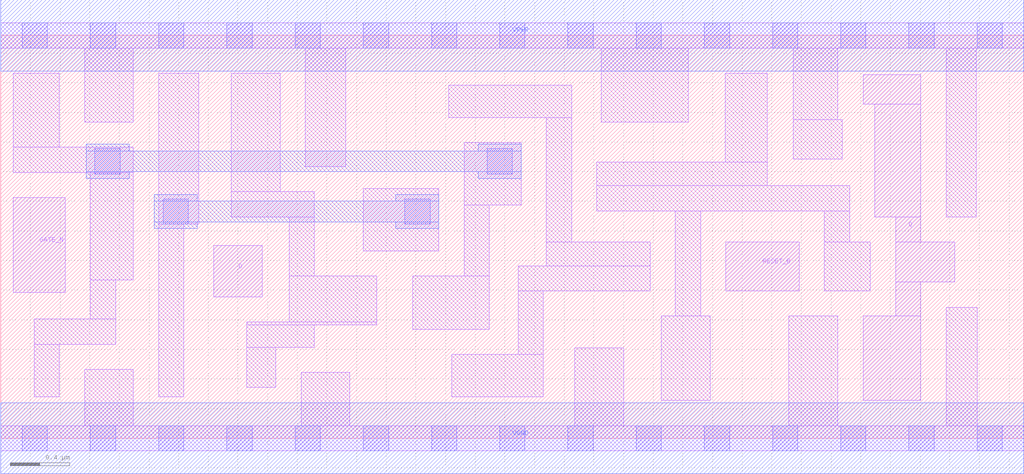
<source format=lef>
# Copyright 2020 The SkyWater PDK Authors
#
# Licensed under the Apache License, Version 2.0 (the "License");
# you may not use this file except in compliance with the License.
# You may obtain a copy of the License at
#
#     https://www.apache.org/licenses/LICENSE-2.0
#
# Unless required by applicable law or agreed to in writing, software
# distributed under the License is distributed on an "AS IS" BASIS,
# WITHOUT WARRANTIES OR CONDITIONS OF ANY KIND, either express or implied.
# See the License for the specific language governing permissions and
# limitations under the License.
#
# SPDX-License-Identifier: Apache-2.0

VERSION 5.7 ;
  NOWIREEXTENSIONATPIN ON ;
  DIVIDERCHAR "/" ;
  BUSBITCHARS "[]" ;
UNITS
  DATABASE MICRONS 200 ;
END UNITS
PROPERTYDEFINITIONS
  MACRO maskLayoutSubType STRING ;
  MACRO prCellType STRING ;
  MACRO originalViewName STRING ;
END PROPERTYDEFINITIONS
MACRO sky130_fd_sc_hdll__dlrtn_2
  CLASS CORE ;
  FOREIGN sky130_fd_sc_hdll__dlrtn_2 ;
  ORIGIN  0.000000  0.000000 ;
  SIZE  6.900000 BY  2.720000 ;
  SYMMETRY X Y R90 ;
  SITE unithd ;
  PIN D
    ANTENNAGATEAREA  0.178200 ;
    DIRECTION INPUT ;
    USE SIGNAL ;
    PORT
      LAYER li1 ;
        RECT 1.435000 0.955000 1.765000 1.300000 ;
    END
  END D
  PIN GATE_N
    ANTENNAGATEAREA  0.178200 ;
    DIRECTION INPUT ;
    USE SIGNAL ;
    PORT
      LAYER li1 ;
        RECT 0.085000 0.985000 0.435000 1.625000 ;
    END
  END GATE_N
  PIN Q
    ANTENNADIFFAREA  0.465500 ;
    DIRECTION OUTPUT ;
    USE SIGNAL ;
    PORT
      LAYER li1 ;
        RECT 5.815000 0.255000 6.205000 0.825000 ;
        RECT 5.815000 2.255000 6.205000 2.455000 ;
        RECT 5.895000 1.495000 6.205000 2.255000 ;
        RECT 6.035000 0.825000 6.205000 1.055000 ;
        RECT 6.035000 1.055000 6.435000 1.325000 ;
        RECT 6.035000 1.325000 6.205000 1.495000 ;
    END
  END Q
  PIN RESET_B
    ANTENNAGATEAREA  0.277500 ;
    DIRECTION INPUT ;
    USE SIGNAL ;
    PORT
      LAYER li1 ;
        RECT 4.890000 0.995000 5.385000 1.325000 ;
    END
  END RESET_B
  PIN VGND
    DIRECTION INOUT ;
    USE GROUND ;
    PORT
      LAYER met1 ;
        RECT 0.000000 -0.240000 6.900000 0.240000 ;
    END
  END VGND
  PIN VPWR
    DIRECTION INOUT ;
    USE POWER ;
    PORT
      LAYER met1 ;
        RECT 0.000000 2.480000 6.900000 2.960000 ;
    END
  END VPWR
  OBS
    LAYER li1 ;
      RECT 0.000000 -0.085000 6.900000 0.085000 ;
      RECT 0.000000  2.635000 6.900000 2.805000 ;
      RECT 0.085000  1.795000 0.895000 1.965000 ;
      RECT 0.085000  1.965000 0.395000 2.465000 ;
      RECT 0.225000  0.280000 0.395000 0.635000 ;
      RECT 0.225000  0.635000 0.775000 0.805000 ;
      RECT 0.565000  0.085000 0.895000 0.465000 ;
      RECT 0.565000  2.135000 0.895000 2.635000 ;
      RECT 0.605000  0.805000 0.775000 1.070000 ;
      RECT 0.605000  1.070000 0.895000 1.795000 ;
      RECT 1.065000  0.280000 1.235000 1.445000 ;
      RECT 1.065000  1.445000 1.335000 2.465000 ;
      RECT 1.555000  1.495000 2.115000 1.665000 ;
      RECT 1.555000  1.665000 1.885000 2.465000 ;
      RECT 1.660000  0.345000 1.855000 0.615000 ;
      RECT 1.660000  0.615000 2.115000 0.765000 ;
      RECT 1.660000  0.765000 2.535000 0.785000 ;
      RECT 1.945000  0.785000 2.535000 1.095000 ;
      RECT 1.945000  1.095000 2.115000 1.495000 ;
      RECT 2.025000  0.085000 2.355000 0.445000 ;
      RECT 2.055000  1.835000 2.325000 2.635000 ;
      RECT 2.445000  1.265000 2.955000 1.685000 ;
      RECT 2.780000  0.735000 3.295000 1.095000 ;
      RECT 3.020000  2.165000 3.850000 2.385000 ;
      RECT 3.040000  0.280000 3.660000 0.565000 ;
      RECT 3.125000  1.095000 3.295000 1.575000 ;
      RECT 3.125000  1.575000 3.510000 1.995000 ;
      RECT 3.490000  0.565000 3.660000 0.995000 ;
      RECT 3.490000  0.995000 4.380000 1.165000 ;
      RECT 3.680000  1.165000 4.380000 1.325000 ;
      RECT 3.680000  1.325000 3.850000 2.165000 ;
      RECT 3.870000  0.085000 4.200000 0.610000 ;
      RECT 4.020000  1.535000 5.725000 1.705000 ;
      RECT 4.020000  1.705000 5.170000 1.865000 ;
      RECT 4.050000  2.135000 4.635000 2.635000 ;
      RECT 4.455000  0.255000 4.785000 0.825000 ;
      RECT 4.550000  0.825000 4.720000 1.535000 ;
      RECT 4.885000  1.865000 5.170000 2.465000 ;
      RECT 5.315000  0.085000 5.645000 0.825000 ;
      RECT 5.345000  1.885000 5.675000 2.150000 ;
      RECT 5.345000  2.150000 5.645000 2.635000 ;
      RECT 5.555000  0.995000 5.865000 1.325000 ;
      RECT 5.555000  1.325000 5.725000 1.535000 ;
      RECT 6.375000  0.085000 6.585000 0.885000 ;
      RECT 6.375000  1.495000 6.580000 2.635000 ;
    LAYER mcon ;
      RECT 0.145000 -0.085000 0.315000 0.085000 ;
      RECT 0.145000  2.635000 0.315000 2.805000 ;
      RECT 0.605000 -0.085000 0.775000 0.085000 ;
      RECT 0.605000  2.635000 0.775000 2.805000 ;
      RECT 0.635000  1.785000 0.805000 1.955000 ;
      RECT 1.065000 -0.085000 1.235000 0.085000 ;
      RECT 1.065000  2.635000 1.235000 2.805000 ;
      RECT 1.095000  1.445000 1.265000 1.615000 ;
      RECT 1.525000 -0.085000 1.695000 0.085000 ;
      RECT 1.525000  2.635000 1.695000 2.805000 ;
      RECT 1.985000 -0.085000 2.155000 0.085000 ;
      RECT 1.985000  2.635000 2.155000 2.805000 ;
      RECT 2.445000 -0.085000 2.615000 0.085000 ;
      RECT 2.445000  2.635000 2.615000 2.805000 ;
      RECT 2.725000  1.445000 2.895000 1.615000 ;
      RECT 2.905000 -0.085000 3.075000 0.085000 ;
      RECT 2.905000  2.635000 3.075000 2.805000 ;
      RECT 3.280000  1.785000 3.450000 1.955000 ;
      RECT 3.365000 -0.085000 3.535000 0.085000 ;
      RECT 3.365000  2.635000 3.535000 2.805000 ;
      RECT 3.825000 -0.085000 3.995000 0.085000 ;
      RECT 3.825000  2.635000 3.995000 2.805000 ;
      RECT 4.285000 -0.085000 4.455000 0.085000 ;
      RECT 4.285000  2.635000 4.455000 2.805000 ;
      RECT 4.745000 -0.085000 4.915000 0.085000 ;
      RECT 4.745000  2.635000 4.915000 2.805000 ;
      RECT 5.205000 -0.085000 5.375000 0.085000 ;
      RECT 5.205000  2.635000 5.375000 2.805000 ;
      RECT 5.665000 -0.085000 5.835000 0.085000 ;
      RECT 5.665000  2.635000 5.835000 2.805000 ;
      RECT 6.125000 -0.085000 6.295000 0.085000 ;
      RECT 6.125000  2.635000 6.295000 2.805000 ;
      RECT 6.585000 -0.085000 6.755000 0.085000 ;
      RECT 6.585000  2.635000 6.755000 2.805000 ;
    LAYER met1 ;
      RECT 0.575000 1.755000 0.865000 1.800000 ;
      RECT 0.575000 1.800000 3.510000 1.940000 ;
      RECT 0.575000 1.940000 0.865000 1.985000 ;
      RECT 1.035000 1.415000 1.325000 1.460000 ;
      RECT 1.035000 1.460000 2.955000 1.600000 ;
      RECT 1.035000 1.600000 1.325000 1.645000 ;
      RECT 2.665000 1.415000 2.955000 1.460000 ;
      RECT 2.665000 1.600000 2.955000 1.645000 ;
      RECT 3.220000 1.755000 3.510000 1.800000 ;
      RECT 3.220000 1.940000 3.510000 1.985000 ;
  END
  PROPERTY maskLayoutSubType "abstract" ;
  PROPERTY prCellType "standard" ;
  PROPERTY originalViewName "layout" ;
END sky130_fd_sc_hdll__dlrtn_2
END LIBRARY

</source>
